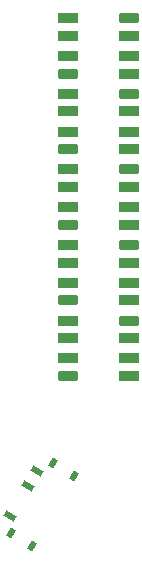
<source format=gtp>
G04 #@! TF.GenerationSoftware,KiCad,Pcbnew,7.0.6*
G04 #@! TF.CreationDate,2024-09-20T23:29:42+02:00*
G04 #@! TF.ProjectId,KoalaKeeb_v0.2_left,4b6f616c-614b-4656-9562-5f76302e325f,rev?*
G04 #@! TF.SameCoordinates,Original*
G04 #@! TF.FileFunction,Paste,Top*
G04 #@! TF.FilePolarity,Positive*
%FSLAX46Y46*%
G04 Gerber Fmt 4.6, Leading zero omitted, Abs format (unit mm)*
G04 Created by KiCad (PCBNEW 7.0.6) date 2024-09-20 23:29:42*
%MOMM*%
%LPD*%
G01*
G04 APERTURE LIST*
G04 Aperture macros list*
%AMRoundRect*
0 Rectangle with rounded corners*
0 $1 Rounding radius*
0 $2 $3 $4 $5 $6 $7 $8 $9 X,Y pos of 4 corners*
0 Add a 4 corners polygon primitive as box body*
4,1,4,$2,$3,$4,$5,$6,$7,$8,$9,$2,$3,0*
0 Add four circle primitives for the rounded corners*
1,1,$1+$1,$2,$3*
1,1,$1+$1,$4,$5*
1,1,$1+$1,$6,$7*
1,1,$1+$1,$8,$9*
0 Add four rect primitives between the rounded corners*
20,1,$1+$1,$2,$3,$4,$5,0*
20,1,$1+$1,$4,$5,$6,$7,0*
20,1,$1+$1,$6,$7,$8,$9,0*
20,1,$1+$1,$8,$9,$2,$3,0*%
%AMRotRect*
0 Rectangle, with rotation*
0 The origin of the aperture is its center*
0 $1 length*
0 $2 width*
0 $3 Rotation angle, in degrees counterclockwise*
0 Add horizontal line*
21,1,$1,$2,0,0,$3*%
G04 Aperture macros list end*
%ADD10R,1.700000X0.820000*%
%ADD11RoundRect,0.205000X-0.645000X-0.205000X0.645000X-0.205000X0.645000X0.205000X-0.645000X0.205000X0*%
%ADD12RotRect,0.500000X1.000000X59.000000*%
%ADD13RotRect,0.500000X0.800000X149.000000*%
%ADD14RoundRect,0.205000X0.645000X0.205000X-0.645000X0.205000X-0.645000X-0.205000X0.645000X-0.205000X0*%
G04 APERTURE END LIST*
D10*
X273450000Y-49200000D03*
X273450000Y-47700000D03*
D11*
X278550000Y-47700000D03*
D10*
X278550000Y-49200000D03*
X273450000Y-68400000D03*
X273450000Y-66900000D03*
D11*
X278550000Y-66900000D03*
D10*
X278550000Y-68400000D03*
X273450000Y-42800000D03*
X273450000Y-41300000D03*
D11*
X278550000Y-41300000D03*
D10*
X278550000Y-42800000D03*
X273450000Y-55600000D03*
X273450000Y-54100000D03*
D11*
X278550000Y-54100000D03*
D10*
X278550000Y-55600000D03*
X273450000Y-62000000D03*
X273450000Y-60500000D03*
D11*
X278550000Y-60500000D03*
D10*
X278550000Y-62000000D03*
D12*
X268515405Y-83465806D03*
X270060519Y-80894304D03*
X270833076Y-79608553D03*
D13*
X272136856Y-78991983D03*
X273936907Y-80073563D03*
X270383144Y-85988017D03*
X268583093Y-84906437D03*
D10*
X278550000Y-57300000D03*
X278550000Y-58800000D03*
D14*
X273450000Y-58800000D03*
D10*
X273450000Y-57300000D03*
X278550000Y-44500000D03*
X278550000Y-46000000D03*
D14*
X273450000Y-46000000D03*
D10*
X273450000Y-44500000D03*
X278550000Y-50900000D03*
X278550000Y-52400000D03*
D14*
X273450000Y-52400000D03*
D10*
X273450000Y-50900000D03*
X278550000Y-63700000D03*
X278550000Y-65200000D03*
D14*
X273450000Y-65200000D03*
D10*
X273450000Y-63700000D03*
X278550000Y-70100000D03*
X278550000Y-71600000D03*
D14*
X273450000Y-71600000D03*
D10*
X273450000Y-70100000D03*
M02*

</source>
